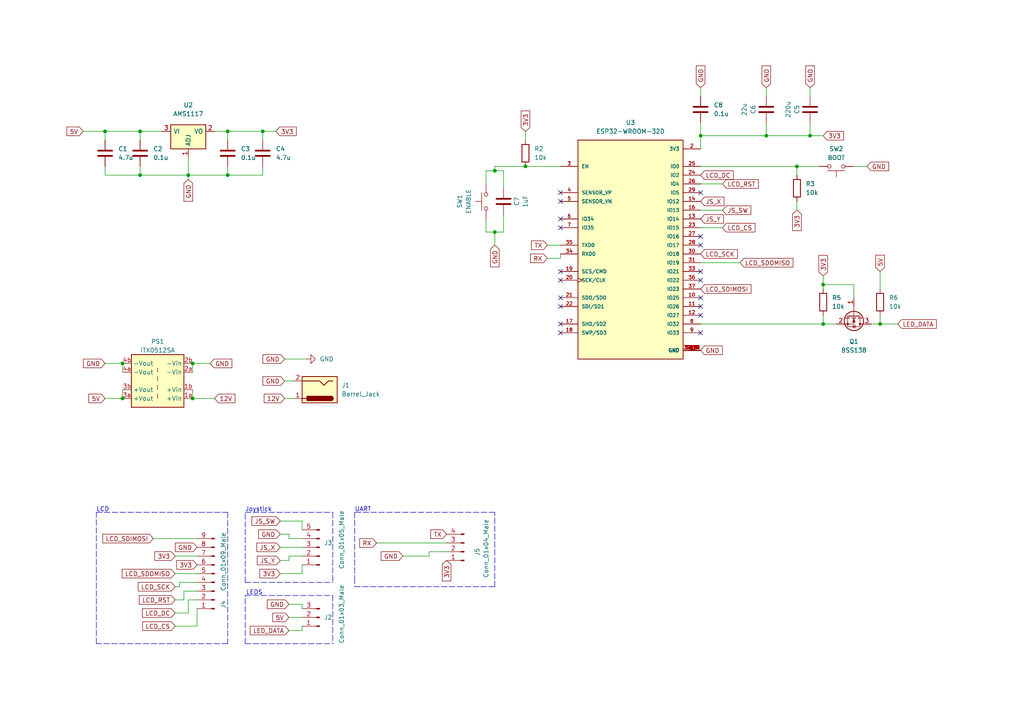
<source format=kicad_sch>
(kicad_sch (version 20211123) (generator eeschema)
  (paper "A4")
  (lib_symbols
    (symbol "Connector:Barrel_Jack" (pin_names (offset 1.016))
      (property "Reference" "J" (at 0 5.334 0))
      (property "Value" "Barrel_Jack" (at 0 -5.08 0))
      (symbol "Barrel_Jack_0_1"
        (rectangle (start -5.08 3.81) (end 5.08 -3.81) (stroke (width 0.254)) (fill (type background)))
        (arc (start -3.302 3.175) (mid -3.937 2.54) (end -3.302 1.905) (stroke (width 0.254)))
        (arc (start -3.302 3.175) (mid -3.937 2.54) (end -3.302 1.905) (stroke (width 0.254)) (fill (type outline)))
        (polyline (pts (xy 5.08 2.54) (xy 3.81 2.54)) (stroke (width 0.254)))
        (polyline (pts (xy -3.81 -2.54) (xy -2.54 -2.54) (xy -1.27 -1.27) (xy 0 -2.54) (xy 2.54 -2.54) (xy 5.08 -2.54)) (stroke (width 0.254)))
        (rectangle (start 3.683 3.175) (end -3.302 1.905) (stroke (width 0.254)) (fill (type outline)))
      )
      (symbol "Barrel_Jack_1_1"
        (pin passive line (at 7.62 2.54 180) (length 2.54) (name "~") (number "1"))
        (pin passive line (at 7.62 -2.54 180) (length 2.54) (name "~") (number "2"))
      )
    )
    (symbol "Connector:Conn_01x03_Male" (pin_names (offset 1.016) hide)
      (property "Reference" "J" (at 0 5.08 0))
      (property "Value" "Conn_01x03_Male" (at 0 -5.08 0))
      (symbol "Conn_01x03_Male_1_1"
        (polyline (pts (xy 1.27 -2.54) (xy 0.8636 -2.54)) (stroke (width 0.1524)))
        (polyline (pts (xy 1.27 0) (xy 0.8636 0)) (stroke (width 0.1524)))
        (polyline (pts (xy 1.27 2.54) (xy 0.8636 2.54)) (stroke (width 0.1524)))
        (rectangle (start 0.8636 -2.413) (end 0 -2.667) (stroke (width 0.1524)) (fill (type outline)))
        (rectangle (start 0.8636 0.127) (end 0 -0.127) (stroke (width 0.1524)) (fill (type outline)))
        (rectangle (start 0.8636 2.667) (end 0 2.413) (stroke (width 0.1524)) (fill (type outline)))
        (pin passive line (at 5.08 2.54 180) (length 3.81) (name "Pin_1") (number "1"))
        (pin passive line (at 5.08 0 180) (length 3.81) (name "Pin_2") (number "2"))
        (pin passive line (at 5.08 -2.54 180) (length 3.81) (name "Pin_3") (number "3"))
      )
    )
    (symbol "Connector:Conn_01x04_Male" (pin_names (offset 1.016) hide)
      (property "Reference" "J" (at 0 5.08 0))
      (property "Value" "Conn_01x04_Male" (at 0 -7.62 0))
      (symbol "Conn_01x04_Male_1_1"
        (polyline (pts (xy 1.27 -5.08) (xy 0.8636 -5.08)) (stroke (width 0.1524)))
        (polyline (pts (xy 1.27 -2.54) (xy 0.8636 -2.54)) (stroke (width 0.1524)))
        (polyline (pts (xy 1.27 0) (xy 0.8636 0)) (stroke (width 0.1524)))
        (polyline (pts (xy 1.27 2.54) (xy 0.8636 2.54)) (stroke (width 0.1524)))
        (rectangle (start 0.8636 -4.953) (end 0 -5.207) (stroke (width 0.1524)) (fill (type outline)))
        (rectangle (start 0.8636 -2.413) (end 0 -2.667) (stroke (width 0.1524)) (fill (type outline)))
        (rectangle (start 0.8636 0.127) (end 0 -0.127) (stroke (width 0.1524)) (fill (type outline)))
        (rectangle (start 0.8636 2.667) (end 0 2.413) (stroke (width 0.1524)) (fill (type outline)))
        (pin passive line (at 5.08 2.54 180) (length 3.81) (name "Pin_1") (number "1"))
        (pin passive line (at 5.08 0 180) (length 3.81) (name "Pin_2") (number "2"))
        (pin passive line (at 5.08 -2.54 180) (length 3.81) (name "Pin_3") (number "3"))
        (pin passive line (at 5.08 -5.08 180) (length 3.81) (name "Pin_4") (number "4"))
      )
    )
    (symbol "Connector:Conn_01x05_Male" (pin_names (offset 1.016) hide)
      (property "Reference" "J" (at 0 7.62 0))
      (property "Value" "Conn_01x05_Male" (at 0 -7.62 0))
      (symbol "Conn_01x05_Male_1_1"
        (polyline (pts (xy 1.27 -5.08) (xy 0.8636 -5.08)) (stroke (width 0.1524)))
        (polyline (pts (xy 1.27 -2.54) (xy 0.8636 -2.54)) (stroke (width 0.1524)))
        (polyline (pts (xy 1.27 0) (xy 0.8636 0)) (stroke (width 0.1524)))
        (polyline (pts (xy 1.27 2.54) (xy 0.8636 2.54)) (stroke (width 0.1524)))
        (polyline (pts (xy 1.27 5.08) (xy 0.8636 5.08)) (stroke (width 0.1524)))
        (rectangle (start 0.8636 -4.953) (end 0 -5.207) (stroke (width 0.1524)) (fill (type outline)))
        (rectangle (start 0.8636 -2.413) (end 0 -2.667) (stroke (width 0.1524)) (fill (type outline)))
        (rectangle (start 0.8636 0.127) (end 0 -0.127) (stroke (width 0.1524)) (fill (type outline)))
        (rectangle (start 0.8636 2.667) (end 0 2.413) (stroke (width 0.1524)) (fill (type outline)))
        (rectangle (start 0.8636 5.207) (end 0 4.953) (stroke (width 0.1524)) (fill (type outline)))
        (pin passive line (at 5.08 5.08 180) (length 3.81) (name "Pin_1") (number "1"))
        (pin passive line (at 5.08 2.54 180) (length 3.81) (name "Pin_2") (number "2"))
        (pin passive line (at 5.08 0 180) (length 3.81) (name "Pin_3") (number "3"))
        (pin passive line (at 5.08 -2.54 180) (length 3.81) (name "Pin_4") (number "4"))
        (pin passive line (at 5.08 -5.08 180) (length 3.81) (name "Pin_5") (number "5"))
      )
    )
    (symbol "Connector:Conn_01x09_Male" (pin_names (offset 1.016) hide)
      (property "Reference" "J" (at 0 12.7 0))
      (property "Value" "Conn_01x09_Male" (at 0 -12.7 0))
      (symbol "Conn_01x09_Male_1_1"
        (polyline (pts (xy 1.27 -10.16) (xy 0.8636 -10.16)) (stroke (width 0.1524)))
        (polyline (pts (xy 1.27 -7.62) (xy 0.8636 -7.62)) (stroke (width 0.1524)))
        (polyline (pts (xy 1.27 -5.08) (xy 0.8636 -5.08)) (stroke (width 0.1524)))
        (polyline (pts (xy 1.27 -2.54) (xy 0.8636 -2.54)) (stroke (width 0.1524)))
        (polyline (pts (xy 1.27 0) (xy 0.8636 0)) (stroke (width 0.1524)))
        (polyline (pts (xy 1.27 2.54) (xy 0.8636 2.54)) (stroke (width 0.1524)))
        (polyline (pts (xy 1.27 5.08) (xy 0.8636 5.08)) (stroke (width 0.1524)))
        (polyline (pts (xy 1.27 7.62) (xy 0.8636 7.62)) (stroke (width 0.1524)))
        (polyline (pts (xy 1.27 10.16) (xy 0.8636 10.16)) (stroke (width 0.1524)))
        (rectangle (start 0.8636 -10.033) (end 0 -10.287) (stroke (width 0.1524)) (fill (type outline)))
        (rectangle (start 0.8636 -7.493) (end 0 -7.747) (stroke (width 0.1524)) (fill (type outline)))
        (rectangle (start 0.8636 -4.953) (end 0 -5.207) (stroke (width 0.1524)) (fill (type outline)))
        (rectangle (start 0.8636 -2.413) (end 0 -2.667) (stroke (width 0.1524)) (fill (type outline)))
        (rectangle (start 0.8636 0.127) (end 0 -0.127) (stroke (width 0.1524)) (fill (type outline)))
        (rectangle (start 0.8636 2.667) (end 0 2.413) (stroke (width 0.1524)) (fill (type outline)))
        (rectangle (start 0.8636 5.207) (end 0 4.953) (stroke (width 0.1524)) (fill (type outline)))
        (rectangle (start 0.8636 7.747) (end 0 7.493) (stroke (width 0.1524)) (fill (type outline)))
        (rectangle (start 0.8636 10.287) (end 0 10.033) (stroke (width 0.1524)) (fill (type outline)))
        (pin passive line (at 5.08 10.16 180) (length 3.81) (name "Pin_1") (number "1"))
        (pin passive line (at 5.08 7.62 180) (length 3.81) (name "Pin_2") (number "2"))
        (pin passive line (at 5.08 5.08 180) (length 3.81) (name "Pin_3") (number "3"))
        (pin passive line (at 5.08 2.54 180) (length 3.81) (name "Pin_4") (number "4"))
        (pin passive line (at 5.08 0 180) (length 3.81) (name "Pin_5") (number "5"))
        (pin passive line (at 5.08 -2.54 180) (length 3.81) (name "Pin_6") (number "6"))
        (pin passive line (at 5.08 -5.08 180) (length 3.81) (name "Pin_7") (number "7"))
        (pin passive line (at 5.08 -7.62 180) (length 3.81) (name "Pin_8") (number "8"))
        (pin passive line (at 5.08 -10.16 180) (length 3.81) (name "Pin_9") (number "9"))
      )
    )
    (symbol "Converter_DCDC:ITX0512SA"
      (property "Reference" "PS1" (at 0 -11.43 0))
      (property "Value" "ITX0512SA" (at 0 -8.89 0))
      (symbol "ITX0512SA_0_0"
        (pin power_in line (at -10.16 5.08 0) (length 2.54) (name "+Vin") (number "1a"))
        (pin power_in line (at -10.16 2.54 0) (length 2.54) (name "+Vin") (number "1b"))
        (pin power_in line (at -10.16 -2.54 0) (length 2.54) (name "-Vin") (number "2a"))
        (pin power_in line (at -10.16 -5.08 0) (length 2.54) (name "-Vin") (number "2b"))
        (pin power_out line (at 10.16 5.08 180) (length 2.54) (name "+Vout") (number "3a"))
        (pin power_out line (at 10.16 2.54 180) (length 2.54) (name "+Vout") (number "3b"))
        (pin power_out line (at 10.16 -2.54 180) (length 2.54) (name "-Vout") (number "4a"))
        (pin power_out line (at 10.16 -5.08 180) (length 2.54) (name "-Vout") (number "4b"))
      )
      (symbol "ITX0512SA_0_1"
        (rectangle (start -7.62 7.62) (end 7.62 -7.62) (stroke (width 0.254)) (fill (type background)))
        (polyline (pts (xy 0 -2.54) (xy 0 -3.81)))
        (polyline (pts (xy 0 0) (xy 0 -1.27)))
        (polyline (pts (xy 0 2.54) (xy 0 1.27)))
        (polyline (pts (xy 0 5.08) (xy 0 3.81)))
      )
    )
    (symbol "Device:C" (pin_numbers hide) (pin_names (offset 0.254))
      (property "Reference" "C" (at 0.635 2.54 0))
      (property "Value" "C" (at 0.635 -2.54 0))
      (symbol "C_0_1"
        (polyline (pts (xy -2.032 -0.762) (xy 2.032 -0.762)) (stroke (width 0.508)))
        (polyline (pts (xy -2.032 0.762) (xy 2.032 0.762)) (stroke (width 0.508)))
      )
      (symbol "C_1_1"
        (pin passive line (at 0 3.81 270) (length 2.794) (name "~") (number "1"))
        (pin passive line (at 0 -3.81 90) (length 2.794) (name "~") (number "2"))
      )
    )
    (symbol "Device:R" (pin_numbers hide) (pin_names (offset 0))
      (property "Reference" "R" (at 2.032 0 90))
      (property "Value" "R" (at 0 0 90))
      (symbol "R_0_1"
        (rectangle (start -1.016 -2.54) (end 1.016 2.54) (stroke (width 0.254)))
      )
      (symbol "R_1_1"
        (pin passive line (at 0 3.81 270) (length 1.27) (name "~") (number "1"))
        (pin passive line (at 0 -3.81 90) (length 1.27) (name "~") (number "2"))
      )
    )
    (symbol "ESP32-WROOM-32D:ESP32-WROOM-32D" (pin_names (offset 1.016))
      (property "Reference" "U" (at -15.0368 31.5976 0))
      (property "Value" "ESP32-WROOM-32D" (at -15.2908 -35.6616 0))
      (symbol "ESP32-WROOM-32D_0_0"
        (rectangle (start -15.24 -33.02) (end 15.24 30.48) (stroke (width 0.254)) (fill (type background)))
        (pin power_in line (at 20.32 -30.48 180) (length 5.08) (name "GND") (number "1"))
        (pin bidirectional line (at 20.32 -15.24 180) (length 5.08) (name "IO25") (number "10"))
        (pin bidirectional line (at 20.32 -17.78 180) (length 5.08) (name "IO26") (number "11"))
        (pin bidirectional line (at 20.32 -20.32 180) (length 5.08) (name "IO27") (number "12"))
        (pin bidirectional line (at 20.32 7.62 180) (length 5.08) (name "IO14") (number "13"))
        (pin bidirectional line (at 20.32 12.7 180) (length 5.08) (name "IO12") (number "14"))
        (pin power_in line (at 20.32 -30.48 180) (length 5.08) (name "GND") (number "15"))
        (pin bidirectional line (at 20.32 10.16 180) (length 5.08) (name "IO13") (number "16"))
        (pin bidirectional line (at -20.32 -22.86 0) (length 5.08) (name "SHD/SD2") (number "17"))
        (pin bidirectional line (at -20.32 -25.4 0) (length 5.08) (name "SWP/SD3") (number "18"))
        (pin bidirectional line (at -20.32 -7.62 0) (length 5.08) (name "SCS/CMD") (number "19"))
        (pin power_in line (at 20.32 27.94 180) (length 5.08) (name "3V3") (number "2"))
        (pin bidirectional clock (at -20.32 -10.16 0) (length 5.08) (name "SCK/CLK") (number "20"))
        (pin bidirectional line (at -20.32 -15.24 0) (length 5.08) (name "SDO/SD0") (number "21"))
        (pin bidirectional line (at -20.32 -17.78 0) (length 5.08) (name "SDI/SD1") (number "22"))
        (pin bidirectional line (at 20.32 5.08 180) (length 5.08) (name "IO15") (number "23"))
        (pin bidirectional line (at 20.32 20.32 180) (length 5.08) (name "IO2") (number "24"))
        (pin bidirectional line (at 20.32 22.86 180) (length 5.08) (name "IO0") (number "25"))
        (pin bidirectional line (at 20.32 17.78 180) (length 5.08) (name "IO4") (number "26"))
        (pin bidirectional line (at 20.32 2.54 180) (length 5.08) (name "IO16") (number "27"))
        (pin bidirectional line (at 20.32 0 180) (length 5.08) (name "IO17") (number "28"))
        (pin bidirectional line (at 20.32 15.24 180) (length 5.08) (name "IO5") (number "29"))
        (pin input line (at -20.32 22.86 0) (length 5.08) (name "EN") (number "3"))
        (pin bidirectional line (at 20.32 -2.54 180) (length 5.08) (name "IO18") (number "30"))
        (pin bidirectional line (at 20.32 -5.08 180) (length 5.08) (name "IO19") (number "31"))
        (pin bidirectional line (at 20.32 -7.62 180) (length 5.08) (name "IO21") (number "33"))
        (pin bidirectional line (at -20.32 -2.54 0) (length 5.08) (name "RXD0") (number "34"))
        (pin bidirectional line (at -20.32 0 0) (length 5.08) (name "TXD0") (number "35"))
        (pin bidirectional line (at 20.32 -10.16 180) (length 5.08) (name "IO22") (number "36"))
        (pin bidirectional line (at 20.32 -12.7 180) (length 5.08) (name "IO23") (number "37"))
        (pin power_in line (at 20.32 -30.48 180) (length 5.08) (name "GND") (number "38"))
        (pin power_in line (at 20.32 -30.48 180) (length 5.08) (name "GND") (number "39_1"))
        (pin power_in line (at 20.32 -30.48 180) (length 5.08) (name "GND") (number "39_10"))
        (pin power_in line (at 20.32 -30.48 180) (length 5.08) (name "GND") (number "39_11"))
        (pin power_in line (at 20.32 -30.48 180) (length 5.08) (name "GND") (number "39_12"))
        (pin power_in line (at 20.32 -30.48 180) (length 5.08) (name "GND") (number "39_13"))
        (pin power_in line (at 20.32 -30.48 180) (length 5.08) (name "GND") (number "39_14"))
        (pin power_in line (at 20.32 -30.48 180) (length 5.08) (name "GND") (number "39_15"))
        (pin power_in line (at 20.32 -30.48 180) (length 5.08) (name "GND") (number "39_16"))
        (pin power_in line (at 20.32 -30.48 180) (length 5.08) (name "GND") (number "39_17"))
        (pin power_in line (at 20.32 -30.48 180) (length 5.08) (name "GND") (number "39_18"))
        (pin power_in line (at 20.32 -30.48 180) (length 5.08) (name "GND") (number "39_19"))
        (pin power_in line (at 20.32 -30.48 180) (length 5.08) (name "GND") (number "39_2"))
        (pin power_in line (at 20.32 -30.48 180) (length 5.08) (name "GND") (number "39_20"))
        (pin power_in line (at 20.32 -30.48 180) (length 5.08) (name "GND") (number "39_21"))
        (pin power_in line (at 20.32 -30.48 180) (length 5.08) (name "GND") (number "39_3"))
        (pin power_in line (at 20.32 -30.48 180) (length 5.08) (name "GND") (number "39_4"))
        (pin power_in line (at 20.32 -30.48 180) (length 5.08) (name "GND") (number "39_5"))
        (pin power_in line (at 20.32 -30.48 180) (length 5.08) (name "GND") (number "39_6"))
        (pin power_in line (at 20.32 -30.48 180) (length 5.08) (name "GND") (number "39_7"))
        (pin power_in line (at 20.32 -30.48 180) (length 5.08) (name "GND") (number "39_8"))
        (pin power_in line (at 20.32 -30.48 180) (length 5.08) (name "GND") (number "39_9"))
        (pin input line (at -20.32 15.24 0) (length 5.08) (name "SENSOR_VP") (number "4"))
        (pin input line (at -20.32 12.7 0) (length 5.08) (name "SENSOR_VN") (number "5"))
        (pin input line (at -20.32 7.62 0) (length 5.08) (name "IO34") (number "6"))
        (pin input line (at -20.32 5.08 0) (length 5.08) (name "IO35") (number "7"))
        (pin bidirectional line (at 20.32 -22.86 180) (length 5.08) (name "IO32") (number "8"))
        (pin bidirectional line (at 20.32 -25.4 180) (length 5.08) (name "IO33") (number "9"))
      )
    )
    (symbol "Regulator_Linear:AMS1117" (pin_names (offset 0.762))
      (property "Reference" "U" (at -3.81 3.175 0))
      (property "Value" "AMS1117" (at 0 3.175 0))
      (symbol "AMS1117_0_1"
        (rectangle (start -5.08 -5.08) (end 5.08 1.905) (stroke (width 0.254)) (fill (type background)))
      )
      (symbol "AMS1117_1_1"
        (pin input line (at 0 -7.62 90) (length 2.54) (name "ADJ") (number "1"))
        (pin power_out line (at 7.62 0 180) (length 2.54) (name "VO") (number "2"))
        (pin power_in line (at -7.62 0 0) (length 2.54) (name "VI") (number "3"))
      )
    )
    (symbol "Switch:SW_Push" (pin_numbers hide) (pin_names (offset 1.016) hide)
      (property "Reference" "SW" (at 1.27 2.54 0))
      (property "Value" "SW_Push" (at 0 -1.524 0))
      (symbol "SW_Push_0_1"
        (circle (center -2.032 0) (radius 0.508))
        (polyline (pts (xy 0 1.27) (xy 0 3.048)))
        (polyline (pts (xy 2.54 1.27) (xy -2.54 1.27)))
        (circle (center 2.032 0) (radius 0.508))
        (pin passive line (at -5.08 0 0) (length 2.54) (name "1") (number "1"))
        (pin passive line (at 5.08 0 180) (length 2.54) (name "2") (number "2"))
      )
    )
    (symbol "Transistor_FET:BSS138" (pin_names hide)
      (property "Reference" "Q" (at 5.08 1.905 0))
      (property "Value" "BSS138" (at 5.08 0 0))
      (symbol "BSS138_0_1"
        (polyline (pts (xy 0.254 0) (xy -2.54 0)))
        (polyline (pts (xy 0.254 1.905) (xy 0.254 -1.905)) (stroke (width 0.254)))
        (polyline (pts (xy 0.762 -1.27) (xy 0.762 -2.286)) (stroke (width 0.254)))
        (polyline (pts (xy 0.762 0.508) (xy 0.762 -0.508)) (stroke (width 0.254)))
        (polyline (pts (xy 0.762 2.286) (xy 0.762 1.27)) (stroke (width 0.254)))
        (polyline (pts (xy 2.54 2.54) (xy 2.54 1.778)))
        (polyline (pts (xy 2.54 -2.54) (xy 2.54 0) (xy 0.762 0)))
        (polyline (pts (xy 0.762 -1.778) (xy 3.302 -1.778) (xy 3.302 1.778) (xy 0.762 1.778)))
        (polyline (pts (xy 1.016 0) (xy 2.032 0.381) (xy 2.032 -0.381) (xy 1.016 0)) (fill (type outline)))
        (polyline (pts (xy 2.794 0.508) (xy 2.921 0.381) (xy 3.683 0.381) (xy 3.81 0.254)))
        (polyline (pts (xy 3.302 0.381) (xy 2.921 -0.254) (xy 3.683 -0.254) (xy 3.302 0.381)))
        (circle (center 1.651 0) (radius 2.794) (stroke (width 0.254)))
        (circle (center 2.54 -1.778) (radius 0.254) (fill (type outline)))
        (circle (center 2.54 1.778) (radius 0.254) (fill (type outline)))
      )
      (symbol "BSS138_1_1"
        (pin input line (at -5.08 0 0) (length 2.54) (name "G") (number "1"))
        (pin passive line (at 2.54 -5.08 90) (length 2.54) (name "S") (number "2"))
        (pin passive line (at 2.54 5.08 270) (length 2.54) (name "D") (number "3"))
      )
    )
    (symbol "power:GND" (power) (pin_names (offset 0))
      (property "Value" "GND" (at 0 -3.81 0))
      (symbol "GND_0_1"
        (polyline (pts (xy 0 0) (xy 0 -1.27) (xy 1.27 -1.27) (xy 0 -2.54) (xy -1.27 -1.27) (xy 0 -1.27)))
      )
      (symbol "GND_1_1"
        (pin power_in line (at 0 0 270) (length 0) hide (name "GND") (number "1"))
      )
    )
  )
  (junction (at 35.56 105.41))
  (junction (at 143.51 67.31))
  (junction (at 76.2 38.1))
  (junction (at 55.88 115.57))
  (junction (at 222.25 39.37))
  (junction (at 238.76 93.98))
  (junction (at 54.61 50.8))
  (junction (at 143.51 49.53))
  (junction (at 40.64 38.1))
  (junction (at 35.56 115.57))
  (junction (at 55.88 105.41))
  (junction (at 66.04 38.1))
  (junction (at 255.27 93.98))
  (junction (at 238.76 82.55))
  (junction (at 40.64 50.8))
  (junction (at 234.95 39.37))
  (junction (at 231.14 48.26))
  (junction (at 203.2 39.37))
  (junction (at 30.48 38.1))
  (junction (at 66.04 50.8))
  (junction (at 152.4 48.26))
  (no_connect (at 203.2 55.88))
  (no_connect (at 203.2 81.28))
  (no_connect (at 203.2 78.74))
  (no_connect (at 203.2 71.12))
  (no_connect (at 203.2 68.58))
  (no_connect (at 162.56 63.5))
  (no_connect (at 162.56 66.04))
  (no_connect (at 162.56 55.88))
  (no_connect (at 162.56 58.42))
  (no_connect (at 162.56 78.74))
  (no_connect (at 162.56 81.28))
  (no_connect (at 203.2 86.36))
  (no_connect (at 162.56 86.36))
  (no_connect (at 162.56 88.9))
  (no_connect (at 162.56 93.98))
  (no_connect (at 162.56 96.52))
  (no_connect (at 203.2 96.52))
  (no_connect (at 203.2 91.44))
  (no_connect (at 203.2 88.9))
  (wire (pts (xy 83.82 182.88) (xy 87.63 182.88)))
  (wire (pts (xy 83.82 154.94) (xy 83.82 156.21)))
  (wire (pts (xy 152.4 48.26) (xy 162.56 48.26)))
  (wire (pts (xy 255.27 93.98) (xy 260.35 93.98)))
  (polyline (pts (xy 66.04 148.59) (xy 66.04 186.69)))
  (polyline (pts (xy 71.12 186.69) (xy 96.52 186.69)))
  (wire (pts (xy 231.14 58.42) (xy 231.14 60.96)))
  (polyline (pts (xy 66.04 186.69) (xy 27.94 186.69)))
  (wire (pts (xy 55.88 105.41) (xy 60.96 105.41)))
  (wire (pts (xy 140.97 53.34) (xy 140.97 49.53)))
  (wire (pts (xy 50.8 173.99) (xy 53.34 173.99)))
  (wire (pts (xy 53.34 171.45) (xy 57.15 171.45)))
  (wire (pts (xy 140.97 63.5) (xy 140.97 67.31)))
  (wire (pts (xy 255.27 91.44) (xy 255.27 93.98)))
  (wire (pts (xy 82.55 115.57) (xy 85.09 115.57)))
  (wire (pts (xy 203.2 35.56) (xy 203.2 39.37)))
  (wire (pts (xy 143.51 67.31) (xy 143.51 71.12)))
  (wire (pts (xy 76.2 38.1) (xy 80.01 38.1)))
  (wire (pts (xy 53.34 173.99) (xy 53.34 171.45)))
  (wire (pts (xy 203.2 39.37) (xy 203.2 43.18)))
  (wire (pts (xy 124.46 161.29) (xy 124.46 160.02)))
  (wire (pts (xy 162.56 74.93) (xy 162.56 73.66)))
  (wire (pts (xy 203.2 76.2) (xy 214.63 76.2)))
  (wire (pts (xy 76.2 38.1) (xy 76.2 40.64)))
  (wire (pts (xy 50.8 166.37) (xy 57.15 166.37)))
  (wire (pts (xy 55.88 115.57) (xy 62.23 115.57)))
  (wire (pts (xy 40.64 38.1) (xy 30.48 38.1)))
  (wire (pts (xy 44.45 156.21) (xy 57.15 156.21)))
  (wire (pts (xy 87.63 182.88) (xy 87.63 181.61)))
  (wire (pts (xy 87.63 151.13) (xy 81.28 151.13)))
  (wire (pts (xy 50.8 177.8) (xy 54.61 177.8)))
  (wire (pts (xy 62.23 38.1) (xy 66.04 38.1)))
  (wire (pts (xy 66.04 50.8) (xy 66.04 48.26)))
  (wire (pts (xy 203.2 53.34) (xy 209.55 53.34)))
  (wire (pts (xy 234.95 25.4) (xy 234.95 27.94)))
  (wire (pts (xy 158.75 71.12) (xy 162.56 71.12)))
  (wire (pts (xy 30.48 50.8) (xy 40.64 50.8)))
  (polyline (pts (xy 71.12 186.69) (xy 71.12 172.72)))
  (wire (pts (xy 222.25 35.56) (xy 222.25 39.37)))
  (wire (pts (xy 81.28 154.94) (xy 83.82 154.94)))
  (wire (pts (xy 55.88 113.03) (xy 55.88 115.57)))
  (polyline (pts (xy 102.87 170.18) (xy 143.51 170.18)))
  (wire (pts (xy 83.82 179.07) (xy 87.63 179.07)))
  (polyline (pts (xy 71.12 148.59) (xy 96.52 148.59)))
  (wire (pts (xy 50.8 161.29) (xy 57.15 161.29)))
  (wire (pts (xy 50.8 170.18) (xy 52.07 170.18)))
  (polyline (pts (xy 143.51 170.18) (xy 143.51 148.59)))
  (wire (pts (xy 50.8 181.61) (xy 57.15 181.61)))
  (polyline (pts (xy 102.87 148.59) (xy 102.87 167.64)))
  (wire (pts (xy 116.84 161.29) (xy 124.46 161.29)))
  (wire (pts (xy 83.82 175.26) (xy 87.63 175.26)))
  (wire (pts (xy 52.07 168.91) (xy 57.15 168.91)))
  (wire (pts (xy 35.56 105.41) (xy 35.56 107.95)))
  (wire (pts (xy 54.61 50.8) (xy 66.04 50.8)))
  (wire (pts (xy 247.65 82.55) (xy 247.65 86.36)))
  (wire (pts (xy 83.82 161.29) (xy 87.63 161.29)))
  (wire (pts (xy 238.76 82.55) (xy 247.65 82.55)))
  (wire (pts (xy 146.05 49.53) (xy 143.51 49.53)))
  (wire (pts (xy 30.48 115.57) (xy 35.56 115.57)))
  (wire (pts (xy 143.51 48.26) (xy 152.4 48.26)))
  (wire (pts (xy 143.51 49.53) (xy 140.97 49.53)))
  (wire (pts (xy 40.64 50.8) (xy 54.61 50.8)))
  (polyline (pts (xy 96.52 148.59) (xy 96.52 168.91)))
  (polyline (pts (xy 96.52 172.72) (xy 96.52 186.69)))
  (wire (pts (xy 54.61 177.8) (xy 54.61 173.99)))
  (wire (pts (xy 203.2 93.98) (xy 238.76 93.98)))
  (wire (pts (xy 234.95 35.56) (xy 234.95 39.37)))
  (wire (pts (xy 54.61 45.72) (xy 54.61 50.8)))
  (wire (pts (xy 109.22 157.48) (xy 129.54 157.48)))
  (wire (pts (xy 222.25 39.37) (xy 234.95 39.37)))
  (polyline (pts (xy 27.94 148.59) (xy 66.04 148.59)))
  (wire (pts (xy 238.76 93.98) (xy 242.57 93.98)))
  (wire (pts (xy 66.04 38.1) (xy 76.2 38.1)))
  (wire (pts (xy 83.82 162.56) (xy 83.82 161.29)))
  (wire (pts (xy 54.61 50.8) (xy 54.61 52.07)))
  (wire (pts (xy 143.51 67.31) (xy 146.05 67.31)))
  (polyline (pts (xy 143.51 148.59) (xy 102.87 148.59)))
  (wire (pts (xy 40.64 48.26) (xy 40.64 50.8)))
  (wire (pts (xy 143.51 49.53) (xy 143.51 48.26)))
  (wire (pts (xy 87.63 153.67) (xy 87.63 151.13)))
  (wire (pts (xy 66.04 40.64) (xy 66.04 38.1)))
  (wire (pts (xy 30.48 48.26) (xy 30.48 50.8)))
  (wire (pts (xy 152.4 38.1) (xy 152.4 40.64)))
  (wire (pts (xy 238.76 83.82) (xy 238.76 82.55)))
  (wire (pts (xy 203.2 48.26) (xy 231.14 48.26)))
  (wire (pts (xy 76.2 50.8) (xy 76.2 48.26)))
  (wire (pts (xy 81.28 158.75) (xy 87.63 158.75)))
  (wire (pts (xy 66.04 50.8) (xy 76.2 50.8)))
  (wire (pts (xy 158.75 74.93) (xy 162.56 74.93)))
  (wire (pts (xy 30.48 38.1) (xy 30.48 40.64)))
  (wire (pts (xy 82.55 110.49) (xy 85.09 110.49)))
  (polyline (pts (xy 102.87 167.64) (xy 102.87 170.18)))
  (wire (pts (xy 30.48 105.41) (xy 35.56 105.41)))
  (wire (pts (xy 146.05 54.61) (xy 146.05 49.53)))
  (wire (pts (xy 203.2 66.04) (xy 209.55 66.04)))
  (wire (pts (xy 146.05 67.31) (xy 146.05 62.23)))
  (wire (pts (xy 140.97 67.31) (xy 143.51 67.31)))
  (wire (pts (xy 30.48 38.1) (xy 24.13 38.1)))
  (wire (pts (xy 54.61 173.99) (xy 57.15 173.99)))
  (polyline (pts (xy 71.12 172.72) (xy 96.52 172.72)))
  (polyline (pts (xy 71.12 168.91) (xy 96.52 168.91)))
  (wire (pts (xy 252.73 93.98) (xy 255.27 93.98)))
  (wire (pts (xy 57.15 181.61) (xy 57.15 176.53)))
  (wire (pts (xy 234.95 39.37) (xy 238.76 39.37)))
  (wire (pts (xy 231.14 48.26) (xy 231.14 50.8)))
  (wire (pts (xy 52.07 170.18) (xy 52.07 168.91)))
  (wire (pts (xy 46.99 38.1) (xy 40.64 38.1)))
  (wire (pts (xy 87.63 175.26) (xy 87.63 176.53)))
  (wire (pts (xy 238.76 80.01) (xy 238.76 82.55)))
  (wire (pts (xy 247.65 48.26) (xy 251.46 48.26)))
  (wire (pts (xy 238.76 91.44) (xy 238.76 93.98)))
  (wire (pts (xy 203.2 39.37) (xy 222.25 39.37)))
  (wire (pts (xy 124.46 160.02) (xy 129.54 160.02)))
  (wire (pts (xy 231.14 48.26) (xy 237.49 48.26)))
  (polyline (pts (xy 71.12 168.91) (xy 71.12 148.59)))
  (wire (pts (xy 87.63 166.37) (xy 87.63 163.83)))
  (wire (pts (xy 81.28 162.56) (xy 83.82 162.56)))
  (wire (pts (xy 203.2 60.96) (xy 209.55 60.96)))
  (polyline (pts (xy 27.94 186.69) (xy 27.94 148.59)))
  (wire (pts (xy 83.82 156.21) (xy 87.63 156.21)))
  (wire (pts (xy 255.27 78.74) (xy 255.27 83.82)))
  (wire (pts (xy 35.56 113.03) (xy 35.56 115.57)))
  (wire (pts (xy 81.28 166.37) (xy 87.63 166.37)))
  (wire (pts (xy 203.2 27.94) (xy 203.2 25.4)))
  (wire (pts (xy 55.88 105.41) (xy 55.88 107.95)))
  (wire (pts (xy 40.64 38.1) (xy 40.64 40.64)))
  (wire (pts (xy 88.9 104.14) (xy 82.55 104.14)))
  (wire (pts (xy 222.25 27.94) (xy 222.25 25.4)))
  (text "LCD" (at 27.94 148.59 0) (effects (font (size 1.27 1.27)) (justify left bottom)))
  (text "Joystick" (at 71.12 148.59 0) (effects (font (size 1.27 1.27)) (justify left bottom)))
  (text "LEDS" (at 76.2 172.72 180) (effects (font (size 1.27 1.27)) (justify right bottom)))
  (text "UART\n" (at 102.87 148.59 0) (effects (font (size 1.27 1.27)) (justify left bottom)))
  (global_label "3V3" (shape input) (at 238.76 80.01 90) (property "Intersheet References" "${INTERSHEET_REFS}" (effects hide)))
  (global_label "3V3" (shape input) (at 238.76 39.37 0) (property "Intersheet References" "${INTERSHEET_REFS}" (effects hide)))
  (global_label "GND" (shape input) (at 82.55 110.49 180) (property "Intersheet References" "${INTERSHEET_REFS}" (effects hide)))
  (global_label "5V" (shape input) (at 255.27 78.74 90) (property "Intersheet References" "${INTERSHEET_REFS}" (effects hide)))
  (global_label "GND" (shape input) (at 203.2 25.4 90) (property "Intersheet References" "${INTERSHEET_REFS}" (effects hide)))
  (global_label "GND" (shape input) (at 234.95 25.4 90) (property "Intersheet References" "${INTERSHEET_REFS}" (effects hide)))
  (global_label "TX" (shape input) (at 158.75 71.12 180) (property "Intersheet References" "${INTERSHEET_REFS}" (effects hide)))
  (global_label "3V3" (shape input) (at 231.14 60.96 270) (property "Intersheet References" "${INTERSHEET_REFS}" (effects hide)))
  (global_label "LCD_SCK" (shape input) (at 50.8 170.18 180) (property "Intersheet References" "${INTERSHEET_REFS}" (effects hide)))
  (global_label "TX" (shape input) (at 129.54 154.94 180) (property "Intersheet References" "${INTERSHEET_REFS}" (effects hide)))
  (global_label "LED_DATA" (shape input) (at 260.35 93.98 0) (property "Intersheet References" "${INTERSHEET_REFS}" (effects hide)))
  (global_label "GND" (shape input) (at 54.61 52.07 270) (property "Intersheet References" "${INTERSHEET_REFS}" (effects hide)))
  (global_label "JS_X" (shape input) (at 81.28 158.75 180) (property "Intersheet References" "${INTERSHEET_REFS}" (effects hide)))
  (global_label "LCD_SCK" (shape input) (at 203.2 73.66 0) (property "Intersheet References" "${INTERSHEET_REFS}" (effects hide)))
  (global_label "LCD_RST" (shape input) (at 50.8 173.99 180) (property "Intersheet References" "${INTERSHEET_REFS}" (effects hide)))
  (global_label "LCD_SDOMISO" (shape input) (at 214.63 76.2 0) (property "Intersheet References" "${INTERSHEET_REFS}" (effects hide)))
  (global_label "LCD_CS" (shape input) (at 209.55 66.04 0) (property "Intersheet References" "${INTERSHEET_REFS}" (effects hide)))
  (global_label "JS_Y" (shape input) (at 81.28 162.56 180) (property "Intersheet References" "${INTERSHEET_REFS}" (effects hide)))
  (global_label "3V3" (shape input) (at 57.15 163.83 180) (property "Intersheet References" "${INTERSHEET_REFS}" (effects hide)))
  (global_label "3V3" (shape input) (at 129.54 162.56 270) (property "Intersheet References" "${INTERSHEET_REFS}" (effects hide)))
  (global_label "5V" (shape input) (at 83.82 179.07 180) (property "Intersheet References" "${INTERSHEET_REFS}" (effects hide)))
  (global_label "LCD_DC" (shape input) (at 203.2 50.8 0) (property "Intersheet References" "${INTERSHEET_REFS}" (effects hide)))
  (global_label "LCD_SDIMOSI" (shape input) (at 203.2 83.82 0) (property "Intersheet References" "${INTERSHEET_REFS}" (effects hide)))
  (global_label "GND" (shape input) (at 83.82 175.26 180) (property "Intersheet References" "${INTERSHEET_REFS}" (effects hide)))
  (global_label "GND" (shape input) (at 251.46 48.26 0) (property "Intersheet References" "${INTERSHEET_REFS}" (effects hide)))
  (global_label "3V3" (shape input) (at 152.4 38.1 90) (property "Intersheet References" "${INTERSHEET_REFS}" (effects hide)))
  (global_label "JS_Y" (shape input) (at 203.2 63.5 0) (property "Intersheet References" "${INTERSHEET_REFS}" (effects hide)))
  (global_label "3V3" (shape input) (at 81.28 166.37 180) (property "Intersheet References" "${INTERSHEET_REFS}" (effects hide)))
  (global_label "12V" (shape input) (at 82.55 115.57 180) (property "Intersheet References" "${INTERSHEET_REFS}" (effects hide)))
  (global_label "5V" (shape input) (at 30.48 115.57 180) (property "Intersheet References" "${INTERSHEET_REFS}" (effects hide)))
  (global_label "LCD_CS" (shape input) (at 50.8 181.61 180) (property "Intersheet References" "${INTERSHEET_REFS}" (effects hide)))
  (global_label "GND" (shape input) (at 60.96 105.41 0) (property "Intersheet References" "${INTERSHEET_REFS}" (effects hide)))
  (global_label "12V" (shape input) (at 62.23 115.57 0) (property "Intersheet References" "${INTERSHEET_REFS}" (effects hide)))
  (global_label "GND" (shape input) (at 57.15 158.75 180) (property "Intersheet References" "${INTERSHEET_REFS}" (effects hide)))
  (global_label "GND" (shape input) (at 116.84 161.29 180) (property "Intersheet References" "${INTERSHEET_REFS}" (effects hide)))
  (global_label "JS_X" (shape input) (at 203.2 58.42 0) (property "Intersheet References" "${INTERSHEET_REFS}" (effects hide)))
  (global_label "GND" (shape input) (at 81.28 154.94 180) (property "Intersheet References" "${INTERSHEET_REFS}" (effects hide)))
  (global_label "3V3" (shape input) (at 50.8 161.29 180) (property "Intersheet References" "${INTERSHEET_REFS}" (effects hide)))
  (global_label "LCD_DC" (shape input) (at 50.8 177.8 180) (property "Intersheet References" "${INTERSHEET_REFS}" (effects hide)))
  (global_label "LCD_RST" (shape input) (at 209.55 53.34 0) (property "Intersheet References" "${INTERSHEET_REFS}" (effects hide)))
  (global_label "GND" (shape input) (at 222.25 25.4 90) (property "Intersheet References" "${INTERSHEET_REFS}" (effects hide)))
  (global_label "LCD_SDOMISO" (shape input) (at 50.8 166.37 180) (property "Intersheet References" "${INTERSHEET_REFS}" (effects hide)))
  (global_label "LCD_SDIMOSI" (shape input) (at 44.45 156.21 180) (property "Intersheet References" "${INTERSHEET_REFS}" (effects hide)))
  (global_label "GND" (shape input) (at 203.2 101.6 0) (property "Intersheet References" "${INTERSHEET_REFS}" (effects hide)))
  (global_label "GND" (shape input) (at 82.55 104.14 180) (property "Intersheet References" "${INTERSHEET_REFS}" (effects hide)))
  (global_label "GND" (shape input) (at 143.51 71.12 270) (property "Intersheet References" "${INTERSHEET_REFS}" (effects hide)))
  (global_label "RX" (shape input) (at 109.22 157.48 180) (property "Intersheet References" "${INTERSHEET_REFS}" (effects hide)))
  (global_label "RX" (shape input) (at 158.75 74.93 180) (property "Intersheet References" "${INTERSHEET_REFS}" (effects hide)))
  (global_label "JS_SW" (shape input) (at 81.28 151.13 180) (property "Intersheet References" "${INTERSHEET_REFS}" (effects hide)))
  (global_label "GND" (shape input) (at 30.48 105.41 180) (property "Intersheet References" "${INTERSHEET_REFS}" (effects hide)))
  (global_label "LED_DATA" (shape input) (at 83.82 182.88 180) (property "Intersheet References" "${INTERSHEET_REFS}" (effects hide)))
  (global_label "3V3" (shape input) (at 80.01 38.1 0) (property "Intersheet References" "${INTERSHEET_REFS}" (effects hide)))
  (global_label "5V" (shape input) (at 24.13 38.1 180) (property "Intersheet References" "${INTERSHEET_REFS}" (effects hide)))
  (global_label "JS_SW" (shape input) (at 209.55 60.96 0) (property "Intersheet References" "${INTERSHEET_REFS}" (effects hide)))
  (symbol (lib_id "Device:R") (at 231.14 54.61 180) (unit 1)
    (property "Reference" "R3" (at 233.68 53.3399 0) (effects (justify right)))
    (property "Value" "10k" (at 233.68 55.8799 0) (effects (justify right)))
    (property "Footprint" "Resistor_SMD:R_1206_3216Metric" (effects hide))
  )
  (symbol (lib_id "Device:R") (at 238.76 87.63 180) (unit 1)
    (property "Reference" "R5" (at 241.3 86.3599 0) (effects (justify right)))
    (property "Value" "10k" (at 241.3 88.8999 0) (effects (justify right)))
    (property "Footprint" "Resistor_SMD:R_1206_3216Metric" (effects hide))
  )
  (symbol (lib_id "Regulator_Linear:AMS1117") (at 54.61 38.1 0) (unit 1)
    (property "Reference" "U2" (at 54.61 30.48 0))
    (property "Value" "AMS1117" (at 54.61 33.02 0))
    (property "Footprint" "Package_TO_SOT_SMD:SOT-223-3_TabPin2" (effects hide))
    (property "Datasheet" "http://www.advanced-monolithic.com/pdf/ds1117.pdf" (effects hide))
  )
  (symbol (lib_id "Device:C") (at 222.25 31.75 0) (unit 1)
    (property "Reference" "C6" (at 218.44 31.75 90))
    (property "Value" "22u" (at 215.9 31.75 90))
    (property "Footprint" "Capacitor_SMD:C_0805_2012Metric" (effects hide))
  )
  (symbol (lib_id "Device:C") (at 30.48 44.45 0) (unit 1)
    (property "Reference" "C1" (at 34.29 43.1799 0) (effects (justify left)))
    (property "Value" "4.7u" (at 34.29 45.7199 0) (effects (justify left)))
    (property "Footprint" "Capacitor_SMD:C_0805_2012Metric" (effects hide))
  )
  (symbol (lib_id "Device:R") (at 255.27 87.63 0) (unit 1)
    (property "Reference" "R6" (at 257.81 86.3599 0) (effects (justify left)))
    (property "Value" "10k" (at 257.81 88.8999 0) (effects (justify left)))
    (property "Footprint" "Resistor_SMD:R_1206_3216Metric" (effects hide))
  )
  (symbol (lib_id "Device:C") (at 40.64 44.45 0) (unit 1)
    (property "Reference" "C2" (at 44.45 43.1799 0) (effects (justify left)))
    (property "Value" "0.1u" (at 44.45 45.7199 0) (effects (justify left)))
    (property "Footprint" "Capacitor_SMD:C_0805_2012Metric" (effects hide))
  )
  (symbol (lib_id "Connector:Conn_01x05_Male") (at 92.71 158.75 180) (unit 1)
    (property "Reference" "J3" (at 93.98 157.4799 0) (effects (justify right)))
    (property "Value" "Conn_01x05_Male" (at 99.06 165.1 90) (effects (justify right)))
    (property "Footprint" "Connector_PinHeader_2.54mm:PinHeader_1x05_P2.54mm_Vertical" (effects hide))
  )
  (symbol (lib_id "Transistor_FET:BSS138") (at 247.65 91.44 270) (unit 1)
    (property "Reference" "Q1" (at 247.65 99.06 90))
    (property "Value" "BSS138" (at 247.65 101.6 90))
    (property "Footprint" "Package_TO_SOT_SMD:SOT-23" (effects hide))
    (property "Datasheet" "https://www.onsemi.com/pub/Collateral/BSS138-D.PDF" (effects hide))
  )
  (symbol (lib_id "Device:C") (at 76.2 44.45 0) (unit 1)
    (property "Reference" "C4" (at 80.01 43.1799 0) (effects (justify left)))
    (property "Value" "4.7u" (at 80.01 45.7199 0) (effects (justify left)))
    (property "Footprint" "Capacitor_SMD:C_0805_2012Metric" (effects hide))
  )
  (symbol (lib_id "Connector:Conn_01x04_Male") (at 134.62 160.02 180) (unit 1)
    (property "Reference" "J5" (at 138.43 161.29 90) (effects (justify right)))
    (property "Value" "Conn_01x04_Male" (at 140.97 167.64 90) (effects (justify right)))
    (property "Footprint" "Connector_PinHeader_2.54mm:PinHeader_1x04_P2.54mm_Vertical" (effects hide))
  )
  (symbol (lib_id "Connector:Conn_01x09_Male") (at 62.23 166.37 180) (unit 1)
    (property "Reference" "J4" (at 64.77 176.53 90) (effects (justify right)))
    (property "Value" "Conn_01x09_Male" (at 64.77 171.45 90) (effects (justify right)))
    (property "Footprint" "Connector_PinSocket_2.54mm:PinSocket_1x09_P2.54mm_Vertical" (effects hide))
  )
  (symbol (lib_id "Device:C") (at 66.04 44.45 0) (unit 1)
    (property "Reference" "C3" (at 69.85 43.1799 0) (effects (justify left)))
    (property "Value" "0.1u" (at 69.85 45.7199 0) (effects (justify left)))
    (property "Footprint" "Capacitor_SMD:C_0805_2012Metric" (effects hide))
  )
  (symbol (lib_id "ESP32-WROOM-32D:ESP32-WROOM-32D") (at 182.88 71.12 0) (unit 1)
    (property "Reference" "U3" (at 182.88 35.56 0))
    (property "Value" "ESP32-WROOM-32D" (at 182.88 38.1 0))
    (property "Footprint" "ESP32-WROOM-32D:MODULE_ESP32-WROOM-32D" (effects hide))
    (property "PARTREV" "1.9" (effects hide))
    (property "MANUFACTURER" "Espressif Systems" (effects hide))
    (property "MAXIMUM_PACKAGE_HEIGHT" "3.2 mm" (effects hide))
    (property "STANDARD" "Manufacturer Recommendations" (effects hide))
  )
  (symbol (lib_id "Connector:Barrel_Jack") (at 92.71 113.03 180) (unit 1)
    (property "Reference" "J1" (at 99.06 111.7599 0) (effects (justify right)))
    (property "Value" "Barrel_Jack" (at 99.06 114.2999 0) (effects (justify right)))
    (property "Footprint" "Connector_BarrelJack:BarrelJack_GCT_DCJ200-10-A_Horizontal" (effects hide))
  )
  (symbol (lib_id "Converter_DCDC:ITX0512SA") (at 45.72 110.49 180) (unit 1)
    (property "Reference" "PS1" (at 45.72 99.06 0))
    (property "Value" "ITX0512SA" (at 45.72 101.6 0))
    (property "Footprint" "1825910-6:Buck_Converter" (effects hide))
  )
  (symbol (lib_id "Connector:Conn_01x03_Male") (at 92.71 179.07 180) (unit 1)
    (property "Reference" "J2" (at 93.98 179.07 0) (effects (justify right)))
    (property "Value" "Conn_01x03_Male" (at 99.06 186.69 90) (effects (justify right)))
    (property "Footprint" "Connector_PinHeader_2.54mm:PinHeader_1x03_P2.54mm_Vertical" (effects hide))
  )
  (symbol (lib_id "Device:C") (at 234.95 31.75 0) (unit 1)
    (property "Reference" "C5" (at 231.14 31.75 90))
    (property "Value" "220u" (at 228.6 31.75 90))
    (property "Footprint" "Capacitor_SMD:C_0805_2012Metric" (effects hide))
  )
  (symbol (lib_id "power:GND") (at 88.9 104.14 90) (unit 1)
    (property "Reference" "#PWR0101" (effects hide))
    (property "Value" "GND" (at 92.71 104.1401 90) (effects (justify right)))
  )
  (symbol (lib_id "Switch:SW_Push") (at 242.57 48.26 0) (mirror x) (unit 1)
    (property "Reference" "SW2" (at 242.57 43.18 0))
    (property "Value" "BOOT" (at 242.57 45.72 0))
    (property "Footprint" "1825910-6:SW_1825910-6-4" (effects hide))
  )
  (symbol (lib_id "Device:C") (at 203.2 31.75 0) (unit 1)
    (property "Reference" "C8" (at 207.01 30.4799 0) (effects (justify left)))
    (property "Value" "0.1u" (at 207.01 33.0199 0) (effects (justify left)))
    (property "Footprint" "Capacitor_SMD:C_0805_2012Metric" (effects hide))
  )
  (symbol (lib_id "Switch:SW_Push") (at 140.97 58.42 90) (unit 1)
    (property "Reference" "SW1" (at 133.35 58.42 0))
    (property "Value" "ENABLE" (at 135.89 58.42 0))
    (property "Footprint" "1825910-6:SW_1825910-6-4" (effects hide))
  )
  (symbol (lib_id "Device:C") (at 146.05 58.42 180) (unit 1)
    (property "Reference" "C7" (at 149.86 58.42 90))
    (property "Value" "1uF" (at 152.4 58.42 90))
    (property "Footprint" "Capacitor_SMD:C_0805_2012Metric" (effects hide))
  )
  (symbol (lib_id "Device:R") (at 152.4 44.45 180) (unit 1)
    (property "Reference" "R2" (at 154.94 43.1799 0) (effects (justify right)))
    (property "Value" "10k" (at 154.94 45.7199 0) (effects (justify right)))
    (property "Footprint" "Resistor_SMD:R_1206_3216Metric" (effects hide))
  )
)
</source>
